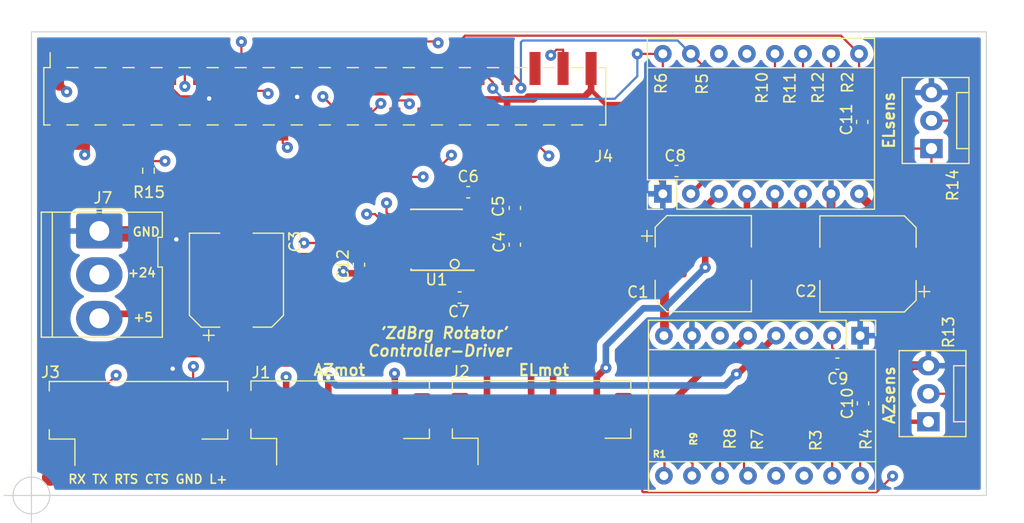
<source format=kicad_pcb>
(kicad_pcb (version 20211014) (generator pcbnew)
  (layers (0 "F.Cu" signal) (1 "In1.Cu" signal) (2 "In2.Cu" signal) (31 "B.Cu" signal) (34 "B.Paste" user) (35 "F.Paste" user) (36 "B.SilkS" user "B.Silkscreen") (37 "F.SilkS" user "F.Silkscreen") (38 "B.Mask" user) (39 "F.Mask" user) (44 "Edge.Cuts" user))
  (net 0 "")
  (net 1 "+3.3V")
  (net 2 "GND")
  (net 3 "Net-(A2-Pad10)")
  (net 4 "Net-(A2-Pad11)")
  (net 5 "Net-(A2-Pad12)")
  (net 6 "Net-(A1-Pad11)")
  (net 7 "Net-(A1-Pad12)")
  (net 8 "Net-(A2-Pad16)")
  (net 9 "Net-(A2-Pad15)")
  (net 10 "Net-(A1-Pad16)")
  (net 11 "Net-(A1-Pad15)")
  (net 12 "Net-(A2-Pad9)")
  (net 13 "Net-(A1-Pad9)")
  (net 14 "Net-(C5-Pad1)")
  (net 16 "Net-(C4-Pad1)")
  (net 17 "Net-(C4-Pad2)")
  (net 18 "Net-(C6-Pad2)")
  (net 19 "Net-(A1-Pad10)")
  (net 20 "Net-(J3-Pad1)")
  (net 21 "Net-(J3-Pad2)")
  (net 22 "Net-(J3-Pad3)")
  (net 23 "Net-(J4-Pad37)")
  (net 24 "Net-(J4-Pad40)")
  (net 25 "Net-(C7-Pad1)")
  (net 26 "Net-(C7-Pad2)")
  (net 27 "Net-(A2-Pad3)")
  (net 28 "Net-(A2-Pad4)")
  (net 29 "Net-(A2-Pad5)")
  (net 30 "Net-(A2-Pad6)")
  (net 31 "VCC")
  (net 32 "Net-(A1-Pad3)")
  (net 33 "Net-(A1-Pad4)")
  (net 34 "Net-(A1-Pad5)")
  (net 35 "Net-(A1-Pad6)")
  (net 36 "+5V")
  (net 37 "Net-(J4-Pad36)")
  (net 38 "Net-(J4-Pad11)")
  (net 39 "Net-(J4-Pad8)")
  (net 40 "Net-(J4-Pad10)")
  (net 52 "Net-(J3-Pad4)")
  (net 53 "Net-(J3-Pad6)")
  (net 54 "Net-(J4-Pad5)")
  (net 57 "Net-(A1-Pad13)")
  (net 58 "Net-(A2-Pad13)")
  (footprint "Capacitor_SMD:CP_Elec_8x10.5" (layer "F.Cu") (at 176.525 102.78 180)
    (fp_text reference "C2")
    (fp_text value "50TZV100M8X10.5")
  )
  (footprint "Capacitor_SMD:C_0603_1608Metric" (layer "F.Cu") (at 173.75 111.83)
    (fp_text reference "C9")
    (fp_text value "UMK107B7104KA-T")
  )
  (footprint "Connector:FanPinHeader_1x03_P2.54mm_Vertical" (layer "F.Cu") (at 182 117.095 90)
    (fp_text reference "J5" hide)
    (fp_text value "Conn_01x03_Female")
  )
  (footprint "Fiducial:Fiducial_1.5mm_Mask3mm" (layer "F.Cu") (at 185.425 83.555)
    (fp_text reference "FD2" hide)
    (fp_text value "Fiducial")
  )
  (footprint "Connector:FanPinHeader_1x03_P2.54mm_Vertical" (layer "F.Cu") (at 182.275 92.32 90)
    (fp_text reference "J6" hide)
    (fp_text value "Conn_01x03_Female")
  )
  (footprint "Resistor_SMD:R_0201_0603Metric" (layer "F.Cu") (at 162.765 118.665 -90)
    (fp_text reference "R8")
    (fp_text value "RC0201FR-0710KL")
  )
  (footprint "Resistor_SMD:R_0603_1608Metric" (layer "F.Cu") (at 111.325 94.33 90)
    (fp_text reference "R15")
    (fp_text value "RC0603FR-07100RL")
  )
  (footprint "Module:Pololu_Breakout-16_15.2x20.3mm" (layer "F.Cu") (at 175.815 109.29 -90)
    (fp_text reference "A1" hide)
    (fp_text value "Pololu_Breakout_A4988")
  )
  (footprint "Resistor_SMD:R_0201_0603Metric" (layer "F.Cu") (at 162.55 86.455 90)
    (fp_text reference "R5")
    (fp_text value "RC0201FR-0710KL")
  )
  (footprint "Connector_JST:JST_PH_B6B-PH-SM4-TB_1x06-1MP_P2.00mm_Vertical" (layer "F.Cu") (at 110.425 117.805)
    (fp_text reference "J3")
    (fp_text value "B6B-PH-SM4-TB(LF)(SN)")
  )
  (footprint "Capacitor_SMD:C_0603_1608Metric" (layer "F.Cu") (at 159.175 94.355 180)
    (fp_text reference "C8")
    (fp_text value "UMK107B7104KA-T")
  )
  (footprint "Capacitor_SMD:C_0603_1608Metric" (layer "F.Cu") (at 144.525 101.03 90)
    (fp_text reference "C4")
    (fp_text value "UMK107B7104KA-T")
  )
  (footprint "Module:Pololu_Breakout-16_15.2x20.3mm" (layer "F.Cu") (at 157.935 96.42 90)
    (fp_text reference "A2" hide)
    (fp_text value "Pololu_Breakout_A4988")
  )
  (footprint "Capacitor_SMD:C_0603_1608Metric" (layer "F.Cu") (at 176.075 115.43 90)
    (fp_text reference "C10")
    (fp_text value "UMK107B7104KA-T")
  )
  (footprint "Capacitor_SMD:CP_Elec_8x10.5" (layer "F.Cu") (at 161.6 102.755)
    (fp_text reference "C1")
    (fp_text value "50TZV100M8X10.5")
  )
  (footprint "Connector_JST:JST_PH_B6B-PH-SM4-TB_1x06-1MP_P2.00mm_Vertical" (layer "F.Cu") (at 146.95 117.73)
    (fp_text reference "J2")
    (fp_text value "B6B-PH-SM4-TB(LF)(SN)")
  )
  (footprint "Connector_PinSocket_2.54mm:PinSocket_2x20_P2.54mm_Vertical_SMD" (layer "F.Cu") (at 127.305 87.575 90)
    (fp_text reference "J4")
    (fp_text value "NPPC202KFMS-RC")
  )
  (footprint "Capacitor_SMD:C_0603_1608Metric" (layer "F.Cu") (at 140.3 96.28)
    (fp_text reference "C6")
    (fp_text value "UMK107B7104KA-T")
  )
  (footprint "Resistor_SMD:R_0201_0603Metric" (layer "F.Cu") (at 168.075 86.305 90)
    (fp_text reference "R10")
    (fp_text value "RC0201FR-0710KL")
  )
  (footprint "Resistor_SMD:R_0201_0603Metric" (layer "F.Cu") (at 158.15 118.68 -90)
    (fp_text reference "R1")
    (fp_text value "RC0201FR-0710KL")
  )
  (footprint "Connector_Molex:Molex_KK-396_5273-03A_1x03_P3.96mm_Vertical" (layer "F.Cu") (at 106.875 99.795 -90)
    (fp_text reference "J7")
    (fp_text value "PowerInput")
  )
  (footprint "Capacitor_SMD:C_0603_1608Metric" (layer "F.Cu") (at 130.4 102.855 90)
    (fp_text reference "C12")
    (fp_text value "UMK107B7104KA-T")
  )
  (footprint "Resistor_SMD:R_0201_0603Metric" (layer "F.Cu") (at 175.7 86.23 90)
    (fp_text reference "R2")
    (fp_text value "RC0201FR-0710KL")
  )
  (footprint "Resistor_SMD:R_0201_0603Metric" (layer "F.Cu") (at 170.625 86.255 90)
    (fp_text reference "R11")
    (fp_text value "RC0201FR-0710KL")
  )
  (footprint "Resistor_SMD:R_0201_0603Metric" (layer "F.Cu") (at 158.825 86.405 90)
    (fp_text reference "R6")
    (fp_text value "RC0201FR-0710KL")
  )
  (footprint "Capacitor_SMD:C_0603_1608Metric" (layer "F.Cu") (at 176 89.905 90)
    (fp_text reference "C11")
    (fp_text value "UMK107B7104KA-T")
  )
  (footprint "Resistor_SMD:R_0201_0603Metric" (layer "F.Cu") (at 165.29 118.71 -90)
    (fp_text reference "R7")
    (fp_text value "RC0201FR-0710KL")
  )
  (footprint "Resistor_SMD:R_0201_0603Metric" (layer "F.Cu") (at 175.1 118.655 -90)
    (fp_text reference "R4")
    (fp_text value "RC0201FR-0710KL")
  )
  (footprint "Resistor_SMD:R_0201_0603Metric" (layer "F.Cu") (at 182.09 109.155)
    (fp_text reference "R13")
    (fp_text value "RC0201FR-0710KL")
  )
  (footprint "Resistor_SMD:R_0201_0603Metric" (layer "F.Cu") (at 172.915 118.71 -90)
    (fp_text reference "R3")
    (fp_text value "RC0201FR-0710KL")
  )
  (footprint "Resistor_SMD:R_0201_0603Metric" (layer "F.Cu") (at 173.175 86.23 90)
    (fp_text reference "R12")
    (fp_text value "RC0201FR-0710KL")
  )
  (footprint "Package_SO:SSOP-16_4.4x5.2mm_P0.65mm" (layer "F.Cu") (at 137.425 100.555 180)
    (fp_text reference "U1")
    (fp_text value "MAX3232MDBREP")
  )
  (footprint "Resistor_SMD:R_0201_0603Metric" (layer "F.Cu") (at 182.625 95.47)
    (fp_text reference "R14")
    (fp_text value "RC0201FR-0710KL")
  )
  (footprint "Resistor_SMD:R_0201_0603Metric" (layer "F.Cu") (at 159.75 118.7 -90)
    (fp_text reference "R9")
    (fp_text value "RC0201FR-0710KL")
  )
  (footprint "Capacitor_SMD:CP_Elec_8x6.2" (layer "F.Cu") (at 119.3 104.255 90)
    (fp_text reference "C3")
    (fp_text value "EEV-FC1E470P")
  )
  (footprint "Capacitor_SMD:C_0603_1608Metric" (layer "F.Cu") (at 139.525 105.83 180)
    (fp_text reference "C7")
    (fp_text value "UMK107B7104KA-T")
  )
  (footprint "Fiducial:Fiducial_1.5mm_Mask3mm" (layer "F.Cu") (at 102.425 122.155)
    (fp_text reference "FD1" hide)
    (fp_text value "Fiducial")
  )
  (footprint "Capacitor_SMD:C_0603_1608Metric" (layer "F.Cu") (at 144.525 97.705 90)
    (fp_text reference "C5")
    (fp_text value "UMK107B7104KA-T")
  )
  (footprint "Connector_JST:JST_PH_B6B-PH-SM4-TB_1x06-1MP_P2.00mm_Vertical" (layer "F.Cu") (at 128.7 117.755)
    (fp_text reference "J1")
    (fp_text value "B6B-PH-SM4-TB(LF)(SN)")
  )
  (gr_circle (center 139.075 102.78) (end 139.475 102.78) (layer "F.SilkS") (width 0.15) (fill none))
  (gr_rect (start 187.25 81.73) (end 100.725 123.78) (layer "Edge.Cuts") (width 0.1) (fill none))
  (gr_text "+24" (at 110.725 103.58) (layer "F.SilkS") (effects (font (size 0.8 0.8))))
  (gr_text "AZsens" (at 178.45 114.68 90) (layer "F.SilkS") (effects (font (size 1 1) (thickness 0.2))))
  (gr_text " 'ZdBrg Rotator'\nController-Driver" (at 137.725 109.855) (layer "F.SilkS") (effects (font (size 1 1) (thickness 0.2) italic)))
  (gr_text "+5\n" (at 110.85 107.63) (layer "F.SilkS") (effects (font (size 0.8 0.8))))
  (gr_text "ELmot" (at 147.15 112.405) (layer "F.SilkS") (effects (font (size 1 1) (thickness 0.2))))
  (gr_text "GND" (at 111.125 99.88) (layer "F.SilkS") (effects (font (size 0.8 0.8))))
  (gr_text "RX TX RTS CTS GND L+" (at 111.275 122.305) (layer "F.SilkS") (effects (font (size 0.8 0.8))))
  (gr_text "AZmot" (at 128.625 112.405) (layer "F.SilkS") (effects (font (size 1 1) (thickness 0.2))))
  (gr_text "ELsens" (at 178.425 89.755 90) (layer "F.SilkS") (effects (font (size 1 1) (thickness 0.2))))
  (target plus (at 100.725 123.78) (size 5) (width 0.1) (layer "Edge.Cuts"))
  (segment (start 178.8497 91.2547) (end 178.0599 91.2547) (width 0.2) (layer "F.Cu") (net 1))
  (segment (start 103.5102 86.7553) (end 103.92 87.1651) (width 0.6) (layer "F.Cu") (net 1))
  (segment (start 156.9 118.355) (end 157.7 117.555) (width 0.2) (layer "F.Cu") (net 1))
  (segment (start 103.175 85.055) (end 103.175 86.7553) (width 0.6) (layer "F.Cu") (net 1))
  (segment (start 128.975 103.455) (end 129.15 103.63) (width 0.6) (layer "F.Cu") (net 1))
  (segment (start 178.0599 91.2547) (end 176.7426 89.9374) (width 0.2) (layer "F.Cu") (net 1))
  (segment (start 172.975 111.005) (end 173.15 110.83) (width 0.2) (layer "F.Cu") (net 1))
  (segment (start 182.275 92.32) (end 179.915 92.32) (width 0.2) (layer "F.Cu") (net 1))
  (segment (start 157.7 117.555) (end 158.1 117.555) (width 0.2) (layer "F.Cu") (net 1))
  (segment (start 181.2 94.705) (end 181.975 93.93) (width 0.2) (layer "F.Cu") (net 1))
  (segment (start 173.725 110.83) (end 178.875 110.83) (width 0.2) (layer "F.Cu") (net 1))
  (segment (start 156.075 123.405) (end 156.075 121.355) (width 0.2) (layer "F.Cu") (net 1))
  (segment (start 175.7 86.88) (end 177.1 88.28) (width 0.2) (layer "F.Cu") (net 1))
  (segment (start 182.225 93.93) (end 182.275 93.88) (width 0.2) (layer "F.Cu") (net 1))
  (segment (start 178.025 116.205) (end 178.915 117.095) (width 0.4) (layer "F.Cu") (net 1))
  (segment (start 158.1 117.555) (end 158.15 117.605) (width 0.2) (layer "F.Cu") (net 1))
  (segment (start 130.4 103.63) (end 130.425 103.655) (width 0.2) (layer "F.Cu") (net 1))
  (segment (start 177.3 123.48) (end 156.15 123.48) (width 0.2) (layer "F.Cu") (net 1))
  (segment (start 158.15 117.605) (end 158.15 118.36) (width 0.2) (layer "F.Cu") (net 1))
  (segment (start 130.425 103.655) (end 132.475 103.655) (width 0.2) (layer "F.Cu") (net 1))
  (segment (start 172.975 111.83) (end 172.975 111.005) (width 0.2) (layer "F.Cu") (net 1))
  (segment (start 156.15 123.48) (end 156.075 123.405) (width 0.2) (layer "F.Cu") (net 1))
  (segment (start 179.915 92.32) (end 178.8497 91.2547) (width 0.2) (layer "F.Cu") (net 1))
  (segment (start 161.475 94.33) (end 161.475 95.42) (width 0.4) (layer "F.Cu") (net 1))
  (segment (start 178.915 117.095) (end 182 117.095) (width 0.4) (layer "F.Cu") (net 1))
  (segment (start 103.175 86.7553) (end 103.5102 86.7553) (width 0.6) (layer "F.Cu") (net 1))
  (segment (start 182.275 93.88) (end 182.275 92.32) (width 0.2) (layer "F.Cu") (net 1))
  (segment (start 178.75 122.03) (end 177.3 123.48) (width 0.2) (layer "F.Cu") (net 1))
  (segment (start 178.875 110.83) (end 180.55 109.155) (width 0.2) (layer "F.Cu") (net 1))
  (segment (start 173.275 110.38) (end 173.275 109.29) (width 0.2) (layer "F.Cu") (net 1))
  (segment (start 181.39 95.47) (end 181.2 95.28) (width 0.2) (layer "F.Cu") (net 1))
  (segment (start 129.15 103.63) (end 130.4 103.63) (width 0.6) (layer "F.Cu") (net 1))
  (segment (start 176.7426 89.9374) (end 176 90.68) (width 0.2) (layer "F.Cu") (net 1))
  (segment (start 177.1 89.855) (end 177.0176 89.9374) (width 0.2) (layer "F.Cu") (net 1))
  (segment (start 133.3 102.83) (end 134.525 102.83) (width 0.2) (layer "F.Cu") (net 1))
  (segment (start 161.45 94.355) (end 161.475 94.33) (width 0.4) (layer "F.Cu") (net 1))
  (segment (start 175.7 86.55) (end 175.7 86.88) (width 0.2) (layer "F.Cu") (net 1))
  (segment (start 181.2 95.28) (end 181.2 94.705) (width 0.2) (layer "F.Cu") (net 1))
  (segment (start 159.95 94.355) (end 161.45 94.355) (width 0.4) (layer "F.Cu") (net 1))
  (segment (start 176.075 116.205) (end 178.025 116.205) (width 0.4) (layer "F.Cu") (net 1))
  (segment (start 177.1 88.28) (end 177.1 89.855) (width 0.2) (layer "F.Cu") (net 1))
  (segment (start 182.305 95.47) (end 181.39 95.47) (width 0.2) (layer "F.Cu") (net 1))
  (segment (start 177.0176 89.9374) (end 176.7426 89.9374) (width 0.2) (layer "F.Cu") (net 1))
  (segment (start 180.55 109.155) (end 181.77 109.155) (width 0.2) (layer "F.Cu") (net 1))
  (segment (start 181.975 93.93) (end 182.225 93.93) (width 0.2) (layer "F.Cu") (net 1))
  (segment (start 161.475 95.42) (end 160.475 96.42) (width 0.4) (layer "F.Cu") (net 1))
  (segment (start 156.9 120.53) (end 156.9 118.355) (width 0.2) (layer "F.Cu") (net 1))
  (segment (start 173.15 110.83) (end 173.725 110.83) (width 0.2) (layer "F.Cu") (net 1))
  (segment (start 173.725 110.83) (end 173.275 110.38) (width 0.2) (layer "F.Cu") (net 1))
  (segment (start 132.475 103.655) (end 133.3 102.83) (width 0.2) (layer "F.Cu") (net 1))
  (segment (start 156.075 121.355) (end 156.9 120.53) (width 0.2) (layer "F.Cu") (net 1))
  (via (at 128.975 103.455) (size 1) (drill 0.4) (layers "F.Cu" "B.Cu") (net 1))
  (via (at 178.75 122.03) (size 1) (drill 0.4) (layers "F.Cu" "B.Cu") (net 1))
  (via (at 103.92 87.1651) (size 1) (drill 0.4) (layers "F.Cu" "B.Cu") (net 1))
  (segment (start 168.15 88.355) (end 167.675 88.83) (width 0.4006) (layer "F.Cu") (net 2))
  (segment (start 165.4 117.23) (end 160.025 117.23) (width 0.2) (layer "F.Cu") (net 2))
  (segment (start 145.489214 87.8305) (end 145.714714 87.605) (width 0.6) (layer "F.Cu") (net 2))
  (segment (start 139.525 96.28) (end 139.525 95.505) (width 0.6) (layer "F.Cu") (net 2))
  (segment (start 165.3 117.23) (end 165.275 117.255) (width 0.2) (layer "F.Cu") (net 2))
  (segment (start 113.335 86.8177) (end 113.335 87.0053) (width 0.6) (layer "F.Cu") (net 2))
  (segment (start 119.3 101.155) (end 123.192282 101.155) (width 0.6) (layer "F.Cu") (net 2))
  (segment (start 127.1 92.58) (end 125.9 91.38) (width 0.6) (layer "F.Cu") (net 2))
  (segment (start 114.1097 87.78) (end 116.825 87.78) (width 0.6) (layer "F.Cu") (net 2))
  (segment (start 144.525 96.455) (end 146.2327 94.7473) (width 0.6) (layer "F.Cu") (net 2))
  (segment (start 108.255 90.095) (end 108.255 87.755) (width 0.6) (layer "F.Cu") (net 2))
  (segment (start 173.65 89.13) (end 173.175 88.655) (width 0.4) (layer "F.Cu") (net 2))
  (segment (start 129.875 87.655) (end 129.875 92.58) (width 0.6) (layer "F.Cu") (net 2))
  (segment (start 170.675 87.98) (end 170.625 87.93) (width 0.2) (layer "F.Cu") (net 2))
  (segment (start 162.765 118.345) (end 162.765 117.23) (width 0.2) (layer "F.Cu") (net 2))
  (segment (start 163.475 88.83) (end 162.475 87.83) (width 0.4006) (layer "F.Cu") (net 2))
  (segment (start 176.075 112.4675) (end 180.0822 112.4675) (width 0.8) (layer "F.Cu") (net 2))
  (segment (start 150.8353 87.605) (end 151.435 87.0053) (width 0.6) (layer "F.Cu") (net 2))
  (segment (start 144.525 96.93) (end 144.525 96.455) (width 0.6) (layer "F.Cu") (net 2))
  (segment (start 151.0603 87.38) (end 151.435 87.0053) (width 0.6) (layer "F.Cu") (net 2))
  (segment (start 159.75 117.505) (end 159.75 118.38) (width 0.2) (layer "F.Cu") (net 2))
  (segment (start 108.255 87.755) (end 112.5853 87.755) (width 0.6) (layer "F.Cu") (net 2))
  (segment (start 170.25 87.98) (end 170.675 87.98) (width 0.4006) (layer "F.Cu") (net 2))
  (segment (start 107.135 100.055) (end 106.875 99.795) (width 1.4) (layer "F.Cu") (net 2))
  (segment (start 113.375 112.43) (end 113.375 118.255) (width 0.2) (layer "F.Cu") (net 2))
  (segment (start 106.875 99.795) (end 107.06 99.98) (width 0.6) (layer "F.Cu") (net 2))
  (segment (start 170.675 86.6653) (end 170.625 86.6653) (width 0.4006) (layer "F.Cu") (net 2))
  (segment (start 159.925 88.505) (end 161.875 88.505) (width 0.4) (layer "F.Cu") (net 2))
  (segment (start 138.735 88.22) (end 138.735 90.095) (width 0.6) (layer "F.Cu") (net 2))
  (segment (start 168.075 86.625) (end 168.075 88.005) (width 0.2) (layer "F.Cu") (net 2))
  (segment (start 152.7097 88.28) (end 151.6347 87.205) (width 0.4) (layer "F.Cu") (net 2))
  (segment (start 172.8 102.755) (end 172.8 99.905) (width 0.8) (layer "F.Cu") (net 2))
  (segment (start 123.192282 101.155) (end 124.117282 102.08) (width 0.6) (layer "F.Cu") (net 2))
  (segment (start 113.375 118.255) (end 113.425 118.305) (width 0.2) (layer "F.Cu") (net 2))
  (segment (start 137.82 87.305) (end 138.735 88.22) (width 0.4) (layer "F.Cu") (net 2))
  (segment (start 146.2245 87.8555) (end 146.475 87.605) (width 0.6) (layer "F.Cu") (net 2))
  (segment (start 172.15 117.23) (end 165.4 117.23) (width 0.2) (layer "F.Cu") (net 2))
  (segment (start 176.075 114.655) (end 176.075 112.4675) (width 0.6) (layer "F.Cu") (net 2))
  (segment (start 118.409282 88.1447) (end 118.415 88.1447) (width 0.6) (layer "F.Cu") (net 2))
  (segment (start 140.175 94.855) (end 143.25 94.855) (width 0.6) (layer "F.Cu") (net 2))
  (segment (start 151.435 85.055) (end 151.435 87.0053) (width 0.6) (layer "F.Cu") (net 2))
  (segment (start 143.815 87.99) (end 143.815 90.095) (width 0.6) (layer "F.Cu") (net 2))
  (segment (start 182 112.015) (end 180.5347 112.015) (width 0.8) (layer "F.Cu") (net 2))
  (segment (start 118.15 100.055) (end 113.55 100.055) (width 1.4) (layer "F.Cu") (net 2))
  (segment (start 124.117282 102.08) (end 130.4 102.08) (width 0.6) (layer "F.Cu") (net 2))
  (segment (start 165.3 102.755) (end 172.8 102.755) (width 0.8) (layer "F.Cu") (net 2))
  (segment (start 157.975 88.28) (end 152.7097 88.28) (width 0.4) (layer "F.Cu") (net 2))
  (segment (start 157.935 95.1697) (end 157.935 96.42) (width 0.6) (layer "F.Cu") (net 2))
  (segment (start 139.0995 87.8555) (end 138.735 88.22) (width 0.6) (layer "F.Cu") (net 2))
  (segment (start 165.4 117.23) (end 165.3 117.23) (width 0.2) (layer "F.Cu") (net 2))
  (segment (start 161.875 88.505) (end 162.55 87.83) (width 0.4) (layer "F.Cu") (net 2))
  (segment (start 173.8875 115.4925) (end 172.15 117.23) (width 0.2) (layer "F.Cu") (net 2))
  (segment (start 143.9495 87.8555) (end 139.0995 87.8555) (width 0.6) (layer "F.Cu") (net 2))
  (segment (start 134.525 102.18) (end 130.5 102.18) (width 0.2) (layer "F.Cu") (net 2))
  (segment (start 171.55 88.855) (end 172.975 88.855) (width 0.4006) (layer "F.Cu") (net 2))
  (segment (start 146.2327 94.355) (end 143.923 92.0453) (width 0.6) (layer "F.Cu") (net 2))
  (segment (start 130.125 87.305) (end 129.8 87.63) (width 0.4) (layer "F.Cu") (net 2))
  (segment (start 144.525 96.13) (end 144.525 96.93) (width 0.6) (layer "F.Cu") (net 2))
  (segment (start 113.335 87.0053) (end 114.1097 87.78) (width 0.6) (layer "F.Cu") (net 2))
  (segment (start 143.9495 87.8555) (end 146.2245 87.8555) (width 0.6) (layer "F.Cu") (net 2))
  (segment (start 113.55 100.055) (end 107.135 100.055) (width 1.4) (layer "F.Cu") (net 2))
  (segment (start 125.9 90.13) (end 124.8 89.03) (width 0.6) (layer "F.Cu") (net 2))
  (segment (start 174.525 111.83) (end 175.1625 112.4675) (width 0.6) (layer "F.Cu") (net 2))
  (segment (start 155.87 94.355) (end 158.4 94.355) (width 0.6) (layer "F.Cu") (net 2))
  (segment (start 113.525 112.28) (end 113.375 112.43) (width 0.2) (layer "F.Cu") (net 2))
  (segment (start 112.5853 87.755) (end 113.335 87.0053) (width 0.6) (layer "F.Cu") (net 2))
  (segment (start 172.975 88.855) (end 173.175 88.655) (width 0.4006) (layer "F.Cu") (net 2))
  (segment (start 155.87 94.355) (end 157.8397 94.355) (width 0.6) (layer "F.Cu") (net 2))
  (segment (start 173.175 88.655) (end 173.175 86.55) (width 0.2) (layer "F.Cu") (net 2))
  (segment (start 172.915 116.465) (end 172.915 118.39) (width 0.2) (layer "F.Cu") (net 2))
  (segment (start 160.025 117.23) (end 159.75 117.505) (width 0.2) (layer "F.Cu") (net 2))
  (segment (start 159.025 87.605) (end 158.65 87.605) (width 0.4) (layer "F.Cu") (net 2))
  (segment (start 170.225 88.005) (end 169.575 88.655) (width 0.4) (layer "F.Cu") (net 2))
  (segment (start 173.8 115.58) (end 173.8 117.035) (width 0.2) (layer "F.Cu") (net 2))
  (segment (start 145.714714 87.605) (end 146.475 87.605) (width 0.6) (layer "F.Cu") (net 2))
  (segment (start 124.8 89.03) (end 124.8 87.63) (width 0.6) (layer "F.Cu") (net 2))
  (segment (start 143.815 90.095) (end 143.815 92.0453) (width 0.6) (layer "F.Cu") (net 2))
  (segment (start 175.1625 112.4675) (end 176.075 112.4675) (width 0.6) (layer "F.Cu") (net 2))
  (segment (start 129.875 92.58) (end 127.1 92.58) (width 0.6) (layer "F.Cu") (net 2))
  (segment (start 125.9 91.38) (end 125.9 90.13) (width 0.6) (layer "F.Cu") (net 2))
  (segment (start 170.625 86.7153) (end 170.675 86.6653) (width 0.2) (layer "F.Cu") (net 2))
  (segment (start 165.275 118.375) (end 165.29 118.39) (width 0.2) (layer "F.Cu") (net 2))
  (segment (start 119.3 101.205) (end 118.15 100.055) (width 1.4) (layer "F.Cu") (net 2))
  (segment (start 158.825 87.405) (end 158.825 86.725) (width 0.2) (layer "F.Cu") (net 2))
  (segment (start 133.655 85.055) (end 133.655 87.075) (width 0.4) (layer "F.Cu") (net 2))
  (segment (start 118.415 90.095) (end 118.415 88.1447) (width 0.6) (layer "F.Cu") (net 2))
  (segment (start 173.8875 115.4925) (end 173.8 115.58) (width 0.2) (layer "F.Cu") (net 2))
  (segment (start 167.675 88.83) (end 163.475 88.83) (width 0.4006) (layer "F.Cu") (net 2))
  (segment (start 143.25 94.855) (end 144.525 96.13) (width 0.6) (layer "F.Cu") (net 2))
  (segment (start 159.025 87.605) (end 159.925 88.505) (width 0.4) (layer "F.Cu") (net 2))
  (segment (start 173.8 117.035) (end 175.1 118.335) (width 0.2) (layer "F.Cu") (net 2))
  (segment (start 143.923 92.0453) (end 143.815 92.0453) (width 0.6) (layer "F.Cu") (net 2))
  (segment (start 146.475 87.605) (end 150.8353 87.605) (width 0.6) (layer "F.Cu") (net 2))
  (segment (start 172.8 99.905) (end 173.175 99.53) (width 0.8) (layer "F.Cu") (net 2))
  (segment (start 176 89.13) (end 173.65 89.13) (width 0.4) (layer "F.Cu") (net 2))
  (segment (start 158.65 87.605) (end 157.975 88.28) (width 0.4) (layer "F.Cu") (net 2))
  (segment (start 172.8 116.58) (end 172.915 116.465) (width 0.2) (layer "F.Cu") (net 2))
  (segment (start 172.8 102.755) (end 172.825 102.78) (width 0.6) (layer "F.Cu") (net 2))
  (segment (start 113.335 85.055) (end 113.335 86.8177) (width 0.6) (layer "F.Cu") (net 2))
  (segment (start 168.5 88.655) (end 168.15 88.305) (width 0.4) (layer "F.Cu") (net 2))
  (segment (start 116.825 87.78) (end 118.044582 87.78) (width 0.6) (layer "F.Cu") (net 2))
  (segment (start 144.29535 87.8305) (end 145.489214 87.8305) (width 0.6) (layer "F.Cu") (net 2))
  (segment (start 174.725 114.655) (end 173.8875 115.4925) (width 0.2) (layer "F.Cu") (net 2))
  (segment (start 180.0822 112.4675) (end 180.5347 112.015) (width 0.8) (layer "F.Cu") (net 2))
  (segment (start 159.025 87.605) (end 158.825 87.405) (width 0.2) (layer "F.Cu") (net 2))
  (segment (start 139.525 95.505) (end 140.175 94.855) (width 0.6) (layer "F.Cu") (net 2))
  (segment (start 162.55 87.78) (end 162.55 86.775) (width 0.2) (layer "F.Cu") (net 2))
  (segment (start 157.8397 94.355) (end 157.8397 95.1697) (width 0.6) (layer "F.Cu") (net 2))
  (segment (start 169.575 88.655) (end 168.5 88.655) (width 0.4) (layer "F.Cu") (net 2))
  (segment (start 143.9495 87.8555) (end 143.815 87.99) (width 0.6) (layer "F.Cu") (net 2))
  (segment (start 170.675 87.98) (end 171.55 88.855) (width 0.4006) (layer "F.Cu") (net 2))
  (segment (start 176.075 114.655) (end 174.725 114.655) (width 0.2) (layer "F.Cu") (net 2))
  (segment (start 118.044582 87.78) (end 118.409282 88.1447) (width 0.6) (layer "F.Cu") (net 2))
  (segment (start 170.625 87.93) (end 170.625 86.7153) (width 0.2) (layer "F.Cu") (net 2))
  (segment (start 146.2327 94.355) (end 155.87 94.355) (width 0.6) (layer "F.Cu") (net 2))
  (segment (start 168.075 88.005) (end 168.175 88.105) (width 0.2) (layer "F.Cu") (net 2))
  (segment (start 133.425 87.305) (end 137.82 87.305) (width 0.4) (layer "F.Cu") (net 2))
  (segment (start 146.2327 94.7473) (end 146.2327 94.355) (width 0.6) (layer "F.Cu") (net 2))
  (segment (start 173.175 99.53) (end 173.175 96.42) (width 0.8) (layer "F.Cu") (net 2))
  (segment (start 133.425 87.305) (end 130.125 87.305) (width 0.4) (layer "F.Cu") (net 2))
  (segment (start 165.275 117.255) (end 165.275 118.375) (width 0.2) (layer "F.Cu") (net 2))
  (via blind (at 124.8 87.63) (size 1) (drill 0.4) (layers "F.Cu" "B.Cu") (remove_unused_layers) (net 2))
  (via blind (at 116.825 87.78) (size 1) (drill 0.4) (layers "F.Cu" "B.Cu") (remove_unused_layers) (net 2))
  (via (at 113.525 112.28) (size 1) (drill 0.4) (layers "F.Cu" "B.Cu") (net 2))
  (via (at 113.85 100.555) (size 1) (drill 0.4) (layers "F.Cu" "B.Cu") (net 2))
  (segment (start 124.8 87.63) (end 122.925 89.505) (width 0.6) (layer "B.Cu") (net 2))
  (segment (start 117.55 89.505) (end 116.825 88.78) (width 0.6) (layer "B.Cu") (net 2))
  (segment (start 122.925 89.505) (end 117.55 89.505) (width 0.6) (layer "B.Cu") (net 2))
  (segment (start 116.825 88.78) (end 116.825 87.78) (width 0.6) (layer "B.Cu") (net 2))
  (segment (start 173.175 85.91) (end 173.175 83.72) (width 0.2) (layer "F.Cu") (net 3))
  (segment (start 128.575 88.3947) (end 128.575 90.095) (width 0.2) (layer "F.Cu") (net 3))
  (segment (start 127.125 87.605) (end 127.9147 88.3947) (width 0.2) (layer "F.Cu") (net 3))
  (segment (start 127.9147 88.3947) (end 128.575 88.3947) (width 0.2) (layer "F.Cu") (net 3))
  (via (at 127.125 87.605) (size 1) (drill 0.4) (layers "F.Cu" "B.Cu") (net 3))
  (segment (start 170.625 85.935) (end 170.635 85.925) (width 0.2) (layer "F.Cu") (net 4))
  (segment (start 170.635 85.925) (end 170.635 83.72) (width 0.2) (layer "F.Cu") (net 4))
  (segment (start 132.381592 88.225189) (end 131.115 89.491781) (width 0.2) (layer "F.Cu") (net 4))
  (segment (start 131.115 89.491781) (end 131.115 90.095) (width 0.2) (layer "F.Cu") (net 4))
  (via (at 132.381592 88.225189) (size 1) (drill 0.4) (layers "F.Cu" "B.Cu") (net 4))
  (segment (start 134.672132 87.955) (end 133.7 87.955) (width 0.2) (layer "F.Cu") (net 5))
  (segment (start 133.655 88) (end 133.655 90.095) (width 0.2) (layer "F.Cu") (net 5))
  (segment (start 134.971632 88.2545) (end 134.672132 87.955) (width 0.2) (layer "F.Cu") (net 5))
  (segment (start 133.7 87.955) (end 133.655 88) (width 0.2) (layer "F.Cu") (net 5))
  (segment (start 168.095 85.965) (end 168.095 83.72) (width 0.2) (layer "F.Cu") (net 5))
  (segment (start 168.075 85.985) (end 168.095 85.965) (width 0.2) (layer "F.Cu") (net 5))
  (via (at 134.971632 88.2545) (size 1) (drill 0.4) (layers "F.Cu" "B.Cu") (net 5))
  (segment (start 163.115 121.99) (end 163.115 120.42) (width 0.2) (layer "F.Cu") (net 6))
  (segment (start 163.115 120.42) (end 162.765 120.07) (width 0.2) (layer "F.Cu") (net 6))
  (segment (start 119.75 82.63) (end 119.75 84.655) (width 0.2) (layer "F.Cu") (net 6))
  (segment (start 119.75 84.655) (end 119.35 85.055) (width 0.2) (layer "F.Cu") (net 6))
  (segment (start 119.35 85.055) (end 118.415 85.055) (width 0.2) (layer "F.Cu") (net 6))
  (segment (start 162.765 120.07) (end 162.765 118.985) (width 0.2) (layer "F.Cu") (net 6))
  (via (at 119.75 82.63) (size 1) (drill 0.4) (layers "F.Cu" "B.Cu") (net 6))
  (segment (start 137.45 82.605) (end 121.7047 82.605) (width 0.2) (layer "F.Cu") (net 7))
  (segment (start 137.575 82.73) (end 137.45 82.605) (width 0.2) (layer "F.Cu") (net 7))
  (segment (start 121.7047 82.605) (end 120.955 83.3547) (width 0.2) (layer "F.Cu") (net 7))
  (segment (start 165.655 121.99) (end 165.29 121.625) (width 0.2) (layer "F.Cu") (net 7))
  (segment (start 120.955 83.3547) (end 120.955 85.055) (width 0.2) (layer "F.Cu") (net 7))
  (segment (start 165.29 121.625) (end 165.29 119.03) (width 0.2) (layer "F.Cu") (net 7))
  (via (at 137.575 82.73) (size 1) (drill 0.4) (layers "F.Cu" "B.Cu") (net 7))
  (segment (start 158.825 85.28) (end 158.825 86.085) (width 0.2) (layer "F.Cu") (net 8))
  (segment (start 157.925 83.73) (end 157.935 83.72) (width 0.2) (layer "F.Cu") (net 8))
  (segment (start 158.125 85.255) (end 158.85 85.255) (width 0.2) (layer "F.Cu") (net 8))
  (segment (start 155.625 83.73) (end 157.925 83.73) (width 0.2) (layer "F.Cu") (net 8))
  (segment (start 142.525 86.305) (end 141.275 85.055) (width 0.2) (layer "F.Cu") (net 8))
  (segment (start 142.525 86.8555) (end 142.525 86.305) (width 0.2) (layer "F.Cu") (net 8))
  (segment (start 157.935 83.72) (end 157.935 85.065) (width 0.2) (layer "F.Cu") (net 8))
  (segment (start 157.935 85.065) (end 158.125 85.255) (width 0.2) (layer "F.Cu") (net 8))
  (via blind (at 142.525 86.8555) (size 1) (drill 0.4) (layers "F.Cu" "B.Cu") (net 8))
  (via (at 155.625 83.73) (size 1) (drill 0.4) (layers "F.Cu" "B.Cu") (net 8))
  (segment (start 143.4745 87.805) (end 142.525 86.8555) (width 0.2) (layer "B.Cu") (net 8))
  (segment (start 155.625 85.755) (end 153.575 87.805) (width 0.2) (layer "B.Cu") (net 8))
  (segment (start 153.575 87.805) (end 143.4745 87.805) (width 0.2) (layer "B.Cu") (net 8))
  (segment (start 155.625 83.73) (end 155.625 85.755) (width 0.2) (layer "B.Cu") (net 8))
  (segment (start 160.475 83.72) (end 162.55 85.795) (width 0.2) (layer "F.Cu") (net 9))
  (segment (start 145.075 86.315) (end 143.815 85.055) (width 0.2) (layer "F.Cu") (net 9))
  (segment (start 162.55 85.795) (end 162.55 86.135) (width 0.2) (layer "F.Cu") (net 9))
  (segment (start 145.075 86.8305) (end 145.075 86.315) (width 0.2) (layer "F.Cu") (net 9))
  (via blind (at 145.075 86.8305) (size 1) (drill 0.4) (layers "F.Cu" "B.Cu") (net 9))
  (segment (start 145.075 82.68) (end 145.075 86.8305) (width 0.2) (layer "B.Cu") (net 9))
  (segment (start 145.235 82.52) (end 145.075 82.68) (width 0.2) (layer "B.Cu") (net 9))
  (segment (start 160.475 83.72) (end 159.275 82.52) (width 0.2) (layer "B.Cu") (net 9))
  (segment (start 159.275 82.52) (end 145.235 82.52) (width 0.2) (layer "B.Cu") (net 9))
  (segment (start 137.9654 93.73) (end 138.7793 92.9161) (width 0.2) (layer "F.Cu") (net 10))
  (segment (start 120.955 90.095) (end 120.955 91.7953) (width 0.2) (layer "F.Cu") (net 10))
  (segment (start 175.815 120.47) (end 175.815 121.99) (width 0.2) (layer "F.Cu") (net 10))
  (segment (start 175.1 118.975) (end 175.1 119.755) (width 0.2) (layer "F.Cu") (net 10))
  (segment (start 122.8897 93.73) (end 137.9654 93.73) (width 0.2) (layer "F.Cu") (net 10))
  (segment (start 175.1 119.755) (end 175.815 120.47) (width 0.2) (layer "F.Cu") (net 10))
  (segment (start 120.955 91.7953) (end 122.8897 93.73) (width 0.2) (layer "F.Cu") (net 10))
  (via (at 138.7793 92.9161) (size 1) (drill 0.4) (layers "F.Cu" "B.Cu") (net 10))
  (segment (start 115.875 90.095) (end 115.875 91.7953) (width 0.2) (layer "F.Cu") (net 11))
  (segment (start 172.915 119.03) (end 172.915 120.4297) (width 0.2) (layer "F.Cu") (net 11))
  (segment (start 173.275 120.7897) (end 173.275 121.99) (width 0.2) (layer "F.Cu") (net 11))
  (segment (start 136.2154 94.8883) (end 118.968 94.8883) (width 0.2) (layer "F.Cu") (net 11))
  (segment (start 118.968 94.8883) (end 115.875 91.7953) (width 0.2) (layer "F.Cu") (net 11))
  (segment (start 172.915 120.4297) (end 173.275 120.7897) (width 0.2) (layer "F.Cu") (net 11))
  (via (at 136.2154 94.8883) (size 1) (drill 0.4) (layers "F.Cu" "B.Cu") (net 11))
  (segment (start 174.0742 82.0792) (end 175.715 83.72) (width 0.2) (layer "F.Cu") (net 12))
  (segment (start 138.735 83.3547) (end 140.0105 82.0792) (width 0.2) (layer "F.Cu") (net 12))
  (segment (start 175.715 85.895) (end 175.715 83.72) (width 0.2) (layer "F.Cu") (net 12))
  (segment (start 138.735 85.055) (end 138.735 83.3547) (width 0.2) (layer "F.Cu") (net 12))
  (segment (start 140.0105 82.0792) (end 174.0742 82.0792) (width 0.2) (layer "F.Cu") (net 12))
  (segment (start 175.7 85.91) (end 175.715 85.895) (width 0.2) (layer "F.Cu") (net 12))
  (segment (start 123.495 91.7953) (end 123.9155 92.2158) (width 0.2) (layer "F.Cu") (net 13))
  (segment (start 158.085 121.84) (end 158.085 119.795) (width 0.2) (layer "F.Cu") (net 13))
  (segment (start 158.085 119.795) (end 158.15 119.73) (width 0.2) (layer "F.Cu") (net 13))
  (segment (start 158.15 119.73) (end 158.15 119) (width 0.2) (layer "F.Cu") (net 13))
  (segment (start 123.495 90.095) (end 123.495 91.7953) (width 0.2) (layer "F.Cu") (net 13))
  (via (at 123.9155 92.2158) (size 1) (drill 0.4) (layers "F.Cu" "B.Cu") (net 13))
  (segment (start 145.6 98.48) (end 145.975 98.855) (width 0.2) (layer "F.Cu") (net 14))
  (segment (start 145.975 98.855) (end 145.975 103.205) (width 0.2) (layer "F.Cu") (net 14))
  (segment (start 144 103.205) (end 142.975 102.18) (width 0.2) (layer "F.Cu") (net 14))
  (segment (start 144.525 98.48) (end 145.6 98.48) (width 0.2) (layer "F.Cu") (net 14))
  (segment (start 142.975 102.18) (end 140.325 102.18) (width 0.2) (layer "F.Cu") (net 14))
  (segment (start 145.975 103.205) (end 144 103.205) (width 0.2) (layer "F.Cu") (net 14))
  (segment (start 143.675 101.805) (end 144.525 101.805) (width 0.2) (layer "F.Cu") (net 16))
  (segment (start 140.325 100.88) (end 142.75 100.88) (width 0.2) (layer "F.Cu") (net 16))
  (segment (start 142.75 100.88) (end 143.675 101.805) (width 0.2) (layer "F.Cu") (net 16))
  (segment (start 140.325 100.23) (end 144.5 100.23) (width 0.2) (layer "F.Cu") (net 17))
  (segment (start 144.5 100.23) (end 144.525 100.255) (width 0.2) (layer "F.Cu") (net 17))
  (segment (start 142.3 99.58) (end 142.75 99.13) (width 0.2) (layer "F.Cu") (net 18))
  (segment (start 142.75 96.655) (end 142.375 96.28) (width 0.2) (layer "F.Cu") (net 18))
  (segment (start 142.75 99.13) (end 142.75 96.655) (width 0.2) (layer "F.Cu") (net 18))
  (segment (start 140.325 99.58) (end 142.3 99.58) (width 0.2) (layer "F.Cu") (net 18))
  (segment (start 142.375 96.28) (end 141.075 96.28) (width 0.2) (layer "F.Cu") (net 18))
  (segment (start 122.175 87.33) (end 121.925 87.08) (width 0.2) (layer "F.Cu") (net 19))
  (segment (start 160.25 120.23) (end 159.75 119.73) (width 0.2) (layer "F.Cu") (net 19))
  (segment (start 121.925 87.08) (end 117.575 87.08) (width 0.2) (layer "F.Cu") (net 19))
  (segment (start 159.75 119.73) (end 159.75 119.02) (width 0.2) (layer "F.Cu") (net 19))
  (segment (start 160.25 120.505) (end 160.25 120.23) (width 0.2) (layer "F.Cu") (net 19))
  (segment (start 117.575 87.08) (end 117.15 86.655) (width 0.2) (layer "F.Cu") (net 19))
  (segment (start 111.3947 82.755) (end 110.795 83.3547) (width 0.2) (layer "F.Cu") (net 19))
  (segment (start 110.795 83.3547) (end 110.795 85.055) (width 0.2) (layer "F.Cu") (net 19))
  (segment (start 117.15 83.13) (end 116.775 82.755) (width 0.2) (layer "F.Cu") (net 19))
  (segment (start 117.15 86.655) (end 117.15 83.13) (width 0.2) (layer "F.Cu") (net 19))
  (segment (start 116.775 82.755) (end 111.3947 82.755) (width 0.2) (layer "F.Cu") (net 19))
  (segment (start 160.625 121.84) (end 160.625 120.88) (width 0.2) (layer "F.Cu") (net 19))
  (segment (start 160.625 120.88) (end 160.25 120.505) (width 0.2) (layer "F.Cu") (net 19))
  (via (at 122.175 87.33) (size 1) (drill 0.4) (layers "F.Cu" "B.Cu") (net 19))
  (segment (start 135.8 101.78) (end 135.55 101.53) (width 0.2) (layer "F.Cu") (net 20))
  (segment (start 134.725 104.58) (end 135.8 103.505) (width 0.2) (layer "F.Cu") (net 20))
  (segment (start 106.525 110.405) (end 126.8 110.405) (width 0.2) (layer "F.Cu") (net 20))
  (segment (start 132.625 104.58) (end 134.725 104.58) (width 0.2) (layer "F.Cu") (net 20))
  (segment (start 126.8 110.405) (end 132.625 104.58) (width 0.2) (layer "F.Cu") (net 20))
  (segment (start 135.55 101.53) (end 134.525 101.53) (width 0.2) (layer "F.Cu") (net 20))
  (segment (start 105.425 118.305) (end 105.375 118.255) (width 0.2) (layer "F.Cu") (net 20))
  (segment (start 105.375 118.255) (end 105.375 111.555) (width 0.2) (layer "F.Cu") (net 20))
  (segment (start 105.375 111.555) (end 106.525 110.405) (width 0.2) (layer "F.Cu") (net 20))
  (segment (start 135.8 103.505) (end 135.8 101.78) (width 0.2) (layer "F.Cu") (net 20))
  (segment (start 107.425 113.855) (end 107.425 118.305) (width 0.2) (layer "F.Cu") (net 21))
  (segment (start 134.525 100.88) (end 125.4196 100.88) (width 0.2) (layer "F.Cu") (net 21))
  (segment (start 108.4 112.88) (end 107.425 113.855) (width 0.2) (layer "F.Cu") (net 21))
  (via (at 108.4 112.88) (size 1) (drill 0.4) (layers "F.Cu" "B.Cu") (net 21))
  (via (at 125.4196 100.88) (size 1) (drill 0.4) (layers "F.Cu" "B.Cu") (net 21))
  (segment (start 137.65 103.53) (end 137.775 103.405) (width 0.2) (layer "F.Cu") (net 22))
  (segment (start 137.775 100.18) (end 139.025 98.93) (width 0.2) (layer "F.Cu") (net 22))
  (segment (start 129.769136 111.4559) (end 131.6741 111.4559) (width 0.2) (layer "F.Cu") (net 22))
  (segment (start 116 122.305) (end 117.425 120.88) (width 0.2) (layer "F.Cu") (net 22))
  (segment (start 117.425 119.2051) (end 119.675 116.9551) (width 0.2) (layer "F.Cu") (net 22))
  (segment (start 137.425 105.705) (end 137.425 103.63) (width 0.2) (layer "F.Cu") (net 22))
  (segment (start 109.375 120.955) (end 110.725 122.305) (width 0.2) (layer "F.Cu") (net 22))
  (segment (start 109.375 116.255) (end 109.375 120.955) (width 0.2) (layer "F.Cu") (net 22))
  (segment (start 119.675 116.9551) (end 119.675 112.555) (width 0.2) (layer "F.Cu") (net 22))
  (segment (start 117.425 120.88) (end 117.425 119.2051) (width 0.2) (layer "F.Cu") (net 22))
  (segment (start 110.725 122.305) (end 116 122.305) (width 0.2) (layer "F.Cu") (net 22))
  (segment (start 137.525 103.53) (end 137.65 103.53) (width 0.2) (layer "F.Cu") (net 22))
  (segment (start 131.6741 111.4559) (end 137.425 105.705) (width 0.2) (layer "F.Cu") (net 22))
  (segment (start 120.225 112.005) (end 129.220036 112.005) (width 0.2) (layer "F.Cu") (net 22))
  (segment (start 137.775 103.405) (end 137.775 100.18) (width 0.2) (layer "F.Cu") (net 22))
  (segment (start 137.425 103.63) (end 137.525 103.53) (width 0.2) (layer "F.Cu") (net 22))
  (segment (start 129.220036 112.005) (end 129.769136 111.4559) (width 0.2) (layer "F.Cu") (net 22))
  (segment (start 139.025 98.93) (end 140.325 98.93) (width 0.2) (layer "F.Cu") (net 22))
  (segment (start 119.675 112.555) (end 120.225 112.005) (width 0.2) (layer "F.Cu") (net 22))
  (segment (start 182.41 109.155) (end 183.375 109.155) (width 0.2) (layer "F.Cu") (net 23))
  (segment (start 184.85 114.18) (end 184.475 114.555) (width 0.2) (layer "F.Cu") (net 23))
  (segment (start 184.825 110.605) (end 184.825 112.48) (width 0.2) (layer "F.Cu") (net 23))
  (segment (start 148.895 83.3547) (end 148.2872 83.3547) (width 0.2) (layer "F.Cu") (net 23))
  (segment (start 184.475 114.555) (end 182 114.555) (width 0.2) (layer "F.Cu") (net 23))
  (segment (start 184.85 112.505) (end 184.85 114.18) (width 0.2) (layer "F.Cu") (net 23))
  (segment (start 148.895 85.055) (end 148.895 83.3547) (width 0.2) (layer "F.Cu") (net 23))
  (segment (start 148.2872 83.3547) (end 147.7838 83.8581) (width 0.2) (layer "F.Cu") (net 23))
  (segment (start 184.825 112.48) (end 184.85 112.505) (width 0.2) (layer "F.Cu") (net 23))
  (segment (start 183.375 109.155) (end 184.825 110.605) (width 0.2) (layer "F.Cu") (net 23))
  (via (at 147.7838 83.8581) (size 1) (drill 0.4) (layers "F.Cu" "B.Cu") (net 23))
  (segment (start 183.95 95.43) (end 182.985 95.43) (width 0.2) (layer "F.Cu") (net 24))
  (segment (start 183.95 95.43) (end 183.95 94.565) (width 0.2) (layer "F.Cu") (net 24))
  (segment (start 182.985 95.43) (end 182.945 95.47) (width 0.2) (layer "F.Cu") (net 24))
  (segment (start 184.225 89.78) (end 182.275 89.78) (width 0.2) (layer "F.Cu") (net 24))
  (segment (start 178 96.355) (end 181.5 96.355) (width 0.2) (layer "F.Cu") (net 24))
  (segment (start 181.5 96.355) (end 182.4 97.255) (width 0.2) (layer "F.Cu") (net 24))
  (segment (start 171.74 90.095) (end 178 96.355) (width 0.2) (layer "F.Cu") (net 24))
  (segment (start 183.575 97.255) (end 183.95 96.88) (width 0.2) (layer "F.Cu") (net 24))
  (segment (start 182.4 97.255) (end 183.575 97.255) (width 0.2) (layer "F.Cu") (net 24))
  (segment (start 183.95 96.88) (end 183.95 95.43) (width 0.2) (layer "F.Cu") (net 24))
  (segment (start 184.3 89.855) (end 184.225 89.78) (width 0.2) (layer "F.Cu") (net 24))
  (segment (start 183.95 94.565) (end 184.3 94.215) (width 0.2) (layer "F.Cu") (net 24))
  (segment (start 151.435 90.095) (end 171.74 90.095) (width 0.2) (layer "F.Cu") (net 24))
  (segment (start 184.3 94.215) (end 184.3 89.855) (width 0.2) (layer "F.Cu") (net 24))
  (segment (start 140.3 105.83) (end 141.525 104.605) (width 0.2) (layer "F.Cu") (net 25))
  (segment (start 141.525 103.055) (end 141.3 102.83) (width 0.2) (layer "F.Cu") (net 25))
  (segment (start 141.525 104.605) (end 141.525 103.055) (width 0.2) (layer "F.Cu") (net 25))
  (segment (start 141.3 102.83) (end 140.325 102.83) (width 0.2) (layer "F.Cu") (net 25))
  (segment (start 138.55 105.63) (end 138.55 101.955) (width 0.2) (layer "F.Cu") (net 26))
  (segment (start 138.75 105.83) (end 138.55 105.63) (width 0.2) (layer "F.Cu") (net 26))
  (segment (start 138.55 101.955) (end 138.975 101.53) (width 0.2) (layer "F.Cu") (net 26))
  (segment (start 138.975 101.53) (end 140.325 101.53) (width 0.2) (layer "F.Cu") (net 26))
  (segment (start 141.95 118.23) (end 142 118.18) (width 0.6) (layer "F.Cu") (net 27))
  (segment (start 142 110.93) (end 154.2884 98.6416) (width 0.6) (layer "F.Cu") (net 27))
  (segment (start 162.985 96.42) (end 163.015 96.42) (width 0.6) (layer "F.Cu") (net 27))
  (segment (start 154.2884 98.6416) (end 160.7634 98.6416) (width 0.6) (layer "F.Cu") (net 27))
  (segment (start 160.7634 98.6416) (end 162.985 96.42) (width 0.6) (layer "F.Cu") (net 27))
  (segment (start 142 118.18) (end 142 110.93) (width 0.6) (layer "F.Cu") (net 27))
  (segment (start 164.925 98.43) (end 162.35 98.43) (width 0.6) (layer "F.Cu") (net 28))
  (segment (start 165.555 96.42) (end 165.555 97.8) (width 0.6) (layer "F.Cu") (net 28))
  (segment (start 165.555 97.8) (end 164.925 98.43) (width 0.6) (layer "F.Cu") (net 28))
  (segment (start 161.2 99.58) (end 154.9 99.58) (width 0.6) (layer "F.Cu") (net 28))
  (segment (start 154.9 99.58) (end 146 108.48) (width 0.6) (layer "F.Cu") (net 28))
  (segment (start 146 118.18) (end 145.95 118.23) (width 0.6) (layer "F.Cu") (net 28))
  (segment (start 146 108.48) (end 146 118.18) (width 0.6) (layer "F.Cu") (net 28))
  (segment (start 162.35 98.43) (end 161.2 99.58) (width 0.6) (layer "F.Cu") (net 28))
  (segment (start 168.095 96.42) (end 168.095 96.86) (width 0.4) (layer "F.Cu") (net 29))
  (segment (start 148 108.03) (end 148 118.18) (width 0.6) (layer "F.Cu") (net 29))
  (segment (start 161.5 100.655) (end 155.375 100.655) (width 0.6) (layer "F.Cu") (net 29))
  (segment (start 168.095 98.46) (end 168.025 98.53) (width 0.6) (layer "F.Cu") (net 29))
  (segment (start 168.095 96.86) (end 168.095 98.46) (width 0.6) (layer "F.Cu") (net 29))
  (segment (start 165.8 99.23) (end 162.925 99.23) (width 0.6) (layer "F.Cu") (net 29))
  (segment (start 166.5 98.53) (end 165.8 99.23) (width 0.6) (layer "F.Cu") (net 29))
  (segment (start 162.925 99.23) (end 161.5 100.655) (width 0.6) (layer "F.Cu") (net 29))
  (segment (start 148 118.18) (end 147.95 118.23) (width 0.6) (layer "F.Cu") (net 29))
  (segment (start 155.375 100.655) (end 148 108.03) (width 0.6) (layer "F.Cu") (net 29))
  (segment (start 168.025 98.53) (end 166.5 98.53) (width 0.6) (layer "F.Cu") (net 29))
  (segment (start 170.635 96.42) (end 170.635 97.745) (width 0.6) (layer "F.Cu") (net 30))
  (segment (start 151.95 113.03) (end 151.95 118.23) (width 0.6) (layer "F.Cu") (net 30))
  (segment (start 168.025 100.355) (end 163.25 100.355) (width 0.6) (layer "F.Cu") (net 30))
  (segment (start 152.775 112.205) (end 151.95 113.03) (width 0.6) (layer "F.Cu") (net 30))
  (segment (start 161.775 101.83) (end 161.775 103.105) (width 0.6) (layer "F.Cu") (net 30))
  (segment (start 170.635 97.745) (end 168.025 100.355) (width 0.6) (layer "F.Cu") (net 30))
  (segment (start 163.25 100.355) (end 161.775 101.83) (width 0.6) (layer "F.Cu") (net 30))
  (via blind (at 161.775 103.105) (size 1) (drill 0.4) (layers "F.Cu" "B.Cu") (net 30))
  (via blind (at 152.775 112.205) (size 1) (drill 0.4) (layers "F.Cu" "B.Cu") (net 30))
  (segment (start 156.175 106.805) (end 152.775 110.205) (width 0.6) (layer "B.Cu") (net 30))
  (segment (start 158.075 106.805) (end 156.175 106.805) (width 0.6) (layer "B.Cu") (net 30))
  (segment (start 161.775 103.105) (end 158.075 106.805) (width 0.6) (layer "B.Cu") (net 30))
  (segment (start 152.775 110.205) (end 152.775 112.205) (width 0.6) (layer "B.Cu") (net 30))
  (segment (start 179.325 99.53) (end 180.225 100.43) (width 0.8) (layer "F.Cu") (net 31))
  (segment (start 178.775 99.53) (end 179.325 99.53) (width 0.8) (layer "F.Cu") (net 31))
  (segment (start 175.715 96.42) (end 175.715 96.47) (width 0.8) (layer "F.Cu") (net 31))
  (segment (start 157.9 102.755) (end 158.085 102.94) (width 0.6) (layer "F.Cu") (net 31))
  (segment (start 158.085 109.24) (end 158.035 109.29) (width 0.8) (layer "F.Cu") (net 31))
  (segment (start 180.225 100.43) (end 180.225 102.78) (width 0.8) (layer "F.Cu") (net 31))
  (segment (start 175.715 96.47) (end 178.775 99.53) (width 0.8) (layer "F.Cu") (net 31))
  (segment (start 158.085 102.94) (end 158.085 109.24) (width 0.8) (layer "F.Cu") (net 31))
  (segment (start 123.8 113.03) (end 123.8 118.155) (width 0.6) (layer "F.Cu") (net 32))
  (segment (start 123.8 118.155) (end 123.7 118.255) (width 0.6) (layer "F.Cu") (net 32))
  (via (at 123.8 113.03) (size 1) (drill 0.4) (layers "F.Cu" "B.Cu") (net 32))
  (segment (start 127.625 118.18) (end 127.625 113.105) (width 0.6) (layer "F.Cu") (net 33))
  (segment (start 164.7025 112.7825) (end 164.6025 112.7825) (width 0.6) (layer "F.Cu") (net 33))
  (segment (start 127.7 118.255) (end 127.625 118.18) (width 0.2) (layer "F.Cu") (net 33))
  (segment (start 168.195 109.29) (end 164.7025 112.7825) (width 0.6) (layer "F.Cu") (net 33))
  (via blind (at 164.6025 112.7825) (size 1) (drill 0.4) (layers "F.Cu" "B.Cu") (net 33))
  (via blind (at 127.625 113.105) (size 1) (drill 0.4) (layers "F.Cu" "B.Cu") (remove_unused_layers) (net 33))
  (segment (start 163.58 113.805) (end 128.325 113.805) (width 0.6) (layer "B.Cu") (net 33))
  (segment (start 128.325 113.805) (end 127.625 113.105) (width 0.6) (layer "B.Cu") (net 33))
  (segment (start 164.6025 112.7825) (end 163.58 113.805) (width 0.6) (layer "B.Cu") (net 33))
  (segment (start 129.7 118.255) (end 129.65 118.305) (width 0.6) (layer "F.Cu") (net 34))
  (segment (start 129.65 121.58) (end 129.875 121.805) (width 0.6) (layer "F.Cu") (net 34))
  (segment (start 153.75 121.805) (end 153.9 121.655) (width 0.6) (layer "F.Cu") (net 34))
  (segment (start 129.65 118.305) (end 129.65 121.58) (width 0.6) (layer "F.Cu") (net 34))
  (segment (start 162.74 112.205) (end 165.655 109.29) (width 0.6) (layer "F.Cu") (net 34))
  (segment (start 153.9 120.162944) (end 161.857944 112.205) (width 0.6) (layer "F.Cu") (net 34))
  (segment (start 153.9 121.655) (end 153.9 120.162944) (width 0.6) (layer "F.Cu") (net 34))
  (segment (start 161.857944 112.205) (end 162.74 112.205) (width 0.6) (layer "F.Cu") (net 34))
  (segment (start 129.875 121.805) (end 153.75 121.805) (width 0.6) (layer "F.Cu") (net 34))
  (segment (start 133.65 112.73) (end 133.625 112.705) (width 0.2) (layer "F.Cu") (net 35))
  (segment (start 133.65 118.205) (end 133.65 112.73) (width 0.6) (layer "F.Cu") (net 35))
  (segment (start 133.7 118.255) (end 133.65 118.205) (width 0.6) (layer "F.Cu") (net 35))
  (via (at 133.625 112.705) (size 1) (drill 0.4) (layers "F.Cu" "B.Cu") (net 35))
  (segment (start 105.715 90.095) (end 105.715 90.9451) (width 0.2) (layer "F.Cu") (net 36))
  (segment (start 105.715 90.9451) (end 105.715 92.13) (width 0.6) (layer "F.Cu") (net 36))
  (segment (start 107.285 107.305) (end 106.875 107.715) (width 0.6) (layer "F.Cu") (net 36))
  (segment (start 105.715 92.715) (end 105.715 90.9451) (width 0.6) (layer "F.Cu") (net 36))
  (segment (start 105.55 92.88) (end 105.715 92.715) (width 0.6) (layer "F.Cu") (net 36))
  (segment (start 105.6 91.9876) (end 105.5 92.0876) (width 0.2) (layer "F.Cu") (net 36))
  (segment (start 103.175 92.13) (end 103.175 90.095) (width 0.6) (layer "F.Cu") (net 36))
  (segment (start 119.3 107.305) (end 107.285 107.305) (width 0.6) (layer "F.Cu") (net 36))
  (segment (start 105.5 92.0876) (end 105.5 92.88) (width 0.2) (layer "F.Cu") (net 36))
  (segment (start 105.5 92.88) (end 105.55 92.88) (width 0.6) (layer "F.Cu") (net 36))
  (segment (start 105.715 92.13) (end 103.175 92.13) (width 0.6) (layer "F.Cu") (net 36))
  (via (at 105.55 92.88) (size 1) (drill 0.4) (layers "F.Cu" "B.Cu") (net 36))
  (segment (start 132.9 98.13) (end 133.05 98.28) (width 0.2) (layer "F.Cu") (net 37))
  (segment (start 146.355 91.735) (end 146.355 90.095) (width 0.2) (layer "F.Cu") (net 37))
  (segment (start 132.9 97.255) (end 132.9 98.13) (width 0.2) (layer "F.Cu") (net 37))
  (segment (start 147.6 92.98) (end 146.355 91.735) (width 0.2) (layer "F.Cu") (net 37))
  (segment (start 133.05 98.28) (end 134.525 98.28) (width 0.2) (layer "F.Cu") (net 37))
  (via (at 132.9 97.255) (size 1) (drill 0.4) (layers "F.Cu" "B.Cu") (net 37))
  (via (at 147.6 92.98) (size 1) (drill 0.4) (layers "F.Cu" "B.Cu") (net 37))
  (segment (start 132.225 98.93) (end 134.525 98.93) (width 0.2) (layer "F.Cu") (net 38))
  (segment (start 131.8581 98.2631) (end 132.2 98.605) (width 0.2) (layer "F.Cu") (net 38))
  (segment (start 115.2125 85.055) (end 115.875 85.055) (width 0.2) (layer "F.Cu") (net 38))
  (segment (start 131.1 98.2631) (end 131.8581 98.2631) (width 0.2) (layer "F.Cu") (net 38))
  (segment (start 114.62459 86.6805) (end 114.62459 85.64291) (width 0.2) (layer "F.Cu") (net 38))
  (segment (start 132.2 98.605) (end 132.2 98.905) (width 0.2) (layer "F.Cu") (net 38))
  (segment (start 114.62459 85.64291) (end 115.2125 85.055) (width 0.2) (layer "F.Cu") (net 38))
  (via (at 114.62459 86.6805) (size 1) (drill 0.4) (layers "F.Cu" "B.Cu") (net 38))
  (via (at 131.1 98.2631) (size 1) (drill 0.4) (layers "F.Cu" "B.Cu") (net 38))
  (segment (start 111.615 90.095) (end 110.795 90.095) (width 0.2) (layer "F.Cu") (net 39))
  (segment (start 122.475 97.18) (end 118.5 97.18) (width 0.2) (layer "F.Cu") (net 39))
  (segment (start 134.525 99.58) (end 124.875 99.58) (width 0.2) (layer "F.Cu") (net 39))
  (segment (start 112.075 90.555) (end 111.615 90.095) (width 0.2) (layer "F.Cu") (net 39))
  (segment (start 124.875 99.58) (end 122.475 97.18) (width 0.2) (layer "F.Cu") (net 39))
  (segment (start 118.5 97.18) (end 113.5 92.18) (width 0.2) (layer "F.Cu") (net 39))
  (segment (start 113.5 92.18) (end 112.62 92.18) (width 0.2) (layer "F.Cu") (net 39))
  (segment (start 112.075 91.635) (end 112.075 90.555) (width 0.2) (layer "F.Cu") (net 39))
  (segment (start 112.62 92.18) (end 112.075 91.635) (width 0.2) (layer "F.Cu") (net 39))
  (segment (start 114.04 90.095) (end 113.335 90.095) (width 0.2) (layer "F.Cu") (net 40))
  (segment (start 134.0997 96.1699) (end 118.8149 96.1699) (width 0.2) (layer "F.Cu") (net 40))
  (segment (start 135.575 100.23) (end 135.775 100.03) (width 0.2) (layer "F.Cu") (net 40))
  (segment (start 114.625 91.98) (end 114.625 90.68) (width 0.2) (layer "F.Cu") (net 40))
  (segment (start 135.775 100.03) (end 135.775 97.13) (width 0.2) (layer "F.Cu") (net 40))
  (segment (start 134.525 100.23) (end 135.575 100.23) (width 0.2) (layer "F.Cu") (net 40))
  (segment (start 134.825 96.18) (end 134.1 96.18) (width 0.2) (layer "F.Cu") (net 40))
  (segment (start 118.8149 96.1699) (end 114.625 91.98) (width 0.2) (layer "F.Cu") (net 40))
  (segment (start 114.625 90.68) (end 114.04 90.095) (width 0.2) (layer "F.Cu") (net 40))
  (segment (start 135.775 97.13) (end 134.825 96.18) (width 0.2) (layer "F.Cu") (net 40))
  (segment (start 135.145772 105.655) (end 135.770772 105.03) (width 0.2) (layer "F.Cu") (net 52))
  (segment (start 136.625 104.205) (end 136.625 99.63) (width 0.2) (layer "F.Cu") (net 52))
  (segment (start 111.375 118.255) (end 111.375 112.205) (width 0.2) (layer "F.Cu") (net 52))
  (segment (start 111.425 118.305) (end 111.375 118.255) (width 0.2) (layer "F.Cu") (net 52))
  (segment (start 135.770772 105.03) (end 135.8 105.03) (width 0.2) (layer "F.Cu") (net 52))
  (segment (start 127.489436 111.1554) (end 132.989836 105.655) (width 0.2) (layer "F.Cu") (net 52))
  (segment (start 135.8 105.03) (end 136.625 104.205) (width 0.2) (layer "F.Cu") (net 52))
  (segment (start 132.989836 105.655) (end 135.145772 105.655) (width 0.2) (layer "F.Cu") (net 52))
  (segment (start 137.975 98.28) (end 140.325 98.28) (width 0.2) (layer "F.Cu") (net 52))
  (segment (start 112.4246 111.1554) (end 127.489436 111.1554) (width 0.2) (layer "F.Cu") (net 52))
  (segment (start 111.375 112.205) (end 112.4246 111.1554) (width 0.2) (layer "F.Cu") (net 52))
  (segment (start 136.625 99.63) (end 137.975 98.28) (width 0.2) (layer "F.Cu") (net 52))
  (segment (start 111.375 93.455) (end 111.325 93.505) (width 0.2) (layer "F.Cu") (net 53))
  (segment (start 115.375 118.255) (end 115.425 118.305) (width 0.2) (layer "F.Cu") (net 53))
  (segment (start 115.375 112.105) (end 115.375 118.255) (width 0.2) (layer "F.Cu") (net 53))
  (segment (start 115.4 112.08) (end 115.375 112.105) (width 0.2) (layer "F.Cu") (net 53))
  (segment (start 112.825 93.455) (end 111.375 93.455) (width 0.2) (layer "F.Cu") (net 53))
  (via (at 112.825 93.455) (size 1) (drill 0.4) (layers "F.Cu" "B.Cu") (net 53))
  (via (at 115.4 112.08) (size 1) (drill 0.4) (layers "F.Cu" "B.Cu") (net 53))
  (segment (start 110.96 95.155) (end 111.325 95.155) (width 0.2) (layer "F.Cu") (net 54))
  (segment (start 108.255 84.31) (end 106.575 82.63) (width 0.4) (layer "F.Cu") (net 54))
  (segment (start 101.875 83.03) (end 101.65 83.255) (width 0.4) (layer "F.Cu") (net 54))
  (segment (start 106.575 82.63) (end 102.225 82.63) (width 0.4) (layer "F.Cu") (net 54))
  (segment (start 108.255 86.7553) (end 108.255 84.31) (width 0.4) (layer "F.Cu") (net 54))
  (segment (start 110.1 95.155) (end 110.96 95.155) (width 0.4) (layer "F.Cu") (net 54))
  (segment (start 102.225 82.63) (end 101.825 83.03) (width 0.4) (layer "F.Cu") (net 54))
  (segment (start 101.65 92.33) (end 103.675 94.355) (width 0.4) (layer "F.Cu") (net 54))
  (segment (start 101.65 83.255) (end 101.65 92.33) (width 0.4) (layer "F.Cu") (net 54))
  (segment (start 109.3 94.355) (end 110.1 95.155) (width 0.4) (layer "F.Cu") (net 54))
  (segment (start 108.255 85.055) (end 108.255 86.7553) (width 0.2) (layer "F.Cu") (net 54))
  (segment (start 103.675 94.355) (end 109.3 94.355) (width 0.4) (layer "F.Cu") (net 54))
  (zone (net 2) (net_name "GND") (layer "B.Cu") (connect_pads (clearance 0.508)) (min_thickness 0.254) (fill yes (thermal_gap 0.508) (thermal_bridge_width 0.508))
    (polygon (pts (xy 190.55 124.655) (xy 98.225 124.755) (xy 97.875 79.755) (xy 190.675 79.755)))
  )
)
</source>
